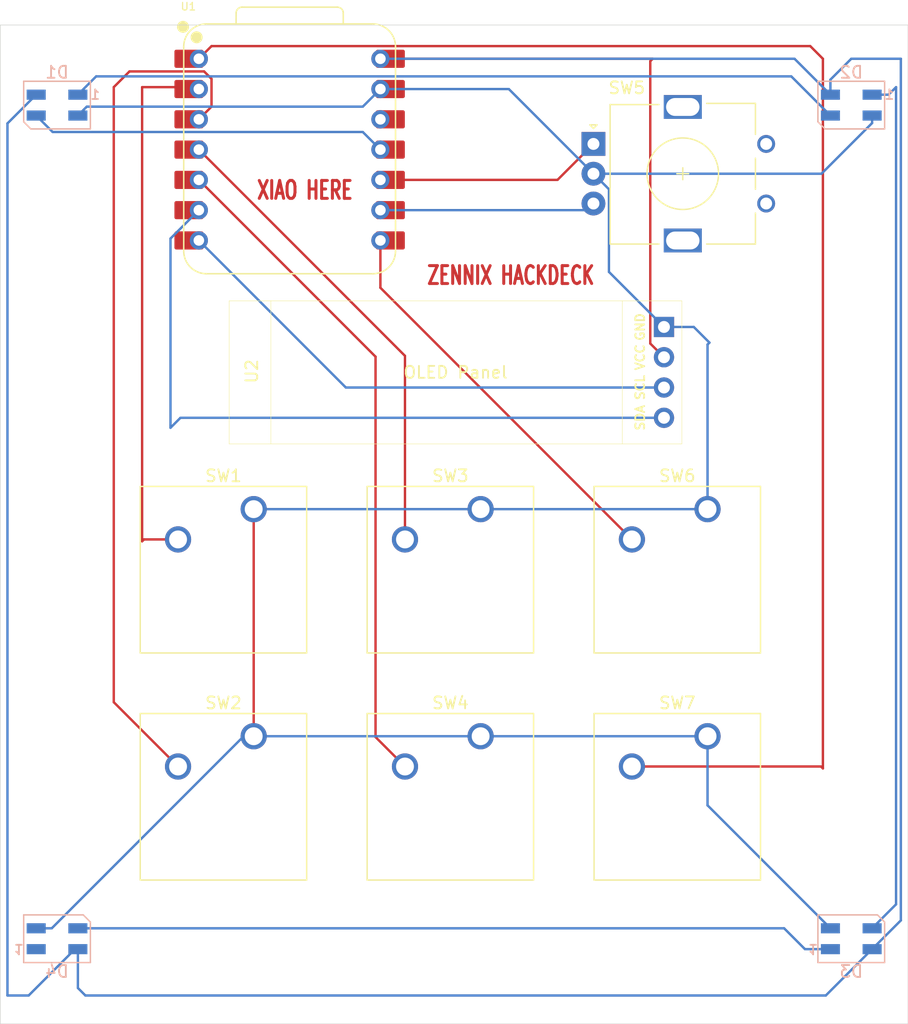
<source format=kicad_pcb>
(kicad_pcb (version 20241229) (generator "pcbnew") (generator_version "9.0")
  (layers (0 "F.Cu" signal) (2 "B.Cu" signal) (13 "F.Paste" user) (15 "B.Paste" user) (5 "F.SilkS" user "F.Silkscreen") (7 "B.SilkS" user "B.Silkscreen") (1 "F.Mask" user) (3 "B.Mask" user) (25 "Edge.Cuts" user))
  (net 0 "")
  (net 1 "Net-(D1-DOUT)")
  (net 2 "+5V")
  (net 3 "Net-(D1-DIN)")
  (net 4 "GND")
  (net 5 "Net-(D2-DOUT)")
  (net 6 "Net-(D3-DOUT)")
  (net 8 "Net-(U1-GPIO27{slash}ADC1{slash}A1)")
  (net 9 "Net-(U1-GPIO28{slash}ADC2{slash}A2)")
  (net 10 "Net-(U1-GPIO29{slash}ADC3{slash}A3)")
  (net 11 "Net-(U1-GPIO6{slash}SDA)")
  (net 12 "Net-(U1-GPIO2{slash}SCK)")
  (net 13 "Net-(U1-GPIO4{slash}MISO)")
  (net 14 "Net-(U1-GPIO1{slash}RX)")
  (net 15 "Net-(U1-GPIO26{slash}ADC0{slash}A0)")
  (net 17 "Net-(U1-GPIO7{slash}SCL)")
  (net 18 "Net-(U1-GPIO0{slash}TX)")
  (footprint "Button_Switch_Keyboard:SW_Cherry_MX_1.00u_PCB" (layer "F.Cu") (at 85.56625 104.4575)
    (property "Reference" "SW4" (at -2.54 -2.794 0) (layer "F.SilkS"))
    (property "Value" "SW_Push")
    (fp_line (start -9.525 -1.905) (end 4.445 -1.905) (stroke (width 0.12)) (layer "F.SilkS"))
    (fp_line (start -9.525 12.065) (end -9.525 -1.905) (stroke (width 0.12)) (layer "F.SilkS"))
    (fp_line (start 4.445 -1.905) (end 4.445 12.065) (stroke (width 0.12)) (layer "F.SilkS"))
    (fp_line (start 4.445 12.065) (end -9.525 12.065) (stroke (width 0.12)) (layer "F.SilkS"))
    (pad "" np_thru_hole circle (at -7.62 5.08) (size 1.7 1.7) (drill 1.7) (layers "*.Cu" "*.Mask"))
    (pad "" np_thru_hole circle (at -2.54 5.08) (size 4 4) (drill 4) (layers "*.Cu" "*.Mask"))
    (pad "" np_thru_hole circle (at 2.54 5.08) (size 1.7 1.7) (drill 1.7) (layers "*.Cu" "*.Mask"))
    (pad "1" thru_hole circle (at 0 0) (size 2.2 2.2) (drill 1.5) (layers "*.Cu" "*.Mask") (net 4 "GND"))
    (pad "2" thru_hole circle (at -6.35 2.54) (size 2.2 2.2) (drill 1.5) (layers "*.Cu" "*.Mask") (net 11 "Net-(U1-GPIO6{slash}SDA)"))
  )
  (footprint "Button_Switch_Keyboard:SW_Cherry_MX_1.00u_PCB" (layer "F.Cu") (at 66.51625 104.4575)
    (property "Reference" "SW2" (at -2.54 -2.794 0) (layer "F.SilkS"))
    (property "Value" "SW_Push")
    (fp_line (start -9.525 -1.905) (end 4.445 -1.905) (stroke (width 0.12)) (layer "F.SilkS"))
    (fp_line (start -9.525 12.065) (end -9.525 -1.905) (stroke (width 0.12)) (layer "F.SilkS"))
    (fp_line (start 4.445 -1.905) (end 4.445 12.065) (stroke (width 0.12)) (layer "F.SilkS"))
    (fp_line (start 4.445 12.065) (end -9.525 12.065) (stroke (width 0.12)) (layer "F.SilkS"))
    (pad "" np_thru_hole circle (at -7.62 5.08) (size 1.7 1.7) (drill 1.7) (layers "*.Cu" "*.Mask"))
    (pad "" np_thru_hole circle (at -2.54 5.08) (size 4 4) (drill 4) (layers "*.Cu" "*.Mask"))
    (pad "" np_thru_hole circle (at 2.54 5.08) (size 1.7 1.7) (drill 1.7) (layers "*.Cu" "*.Mask"))
    (pad "1" thru_hole circle (at 0 0) (size 2.2 2.2) (drill 1.5) (layers "*.Cu" "*.Mask") (net 4 "GND"))
    (pad "2" thru_hole circle (at -6.35 2.54) (size 2.2 2.2) (drill 1.5) (layers "*.Cu" "*.Mask") (net 9 "Net-(U1-GPIO28{slash}ADC2{slash}A2)"))
  )
  (footprint "OPL:XIAO-RP2040-DIP" (layer "F.Cu") (at 69.5325 55.245)
    (property "Reference" "U1" (at -8.5 -12 0) (layer "F.SilkS") (effects (font (size 0.635 0.635) (thickness 0.1016))))
    (property "Value" "XIAO-RP2040-DIP")
    (fp_line (start -8.89 8.509) (end -8.89 -8.636) (stroke (width 0.127)) (layer "F.SilkS"))
    (fp_line (start -6.985 10.414) (end 6.985 10.414) (stroke (width 0.127)) (layer "F.SilkS"))
    (fp_line (start -4.495 -10.541) (end -4.491272 -11.451272) (stroke (width 0.127)) (layer "F.SilkS"))
    (fp_line (start -3.991272 -11.951) (end 4.004 -11.951) (stroke (width 0.127)) (layer "F.SilkS"))
    (fp_line (start 4.504 -11.451) (end 4.504 -10.541) (stroke (width 0.127)) (layer "F.SilkS"))
    (fp_line (start 6.985 -10.541) (end -6.985 -10.541) (stroke (width 0.1)) (layer "F.SilkS"))
    (fp_line (start 6.985 -10.541) (end -6.985 -10.541) (stroke (width 0.127)) (layer "F.SilkS"))
    (fp_line (start 8.89 8.509) (end 8.89 -8.636) (stroke (width 0.127)) (layer "F.SilkS"))
    (fp_arc (start -8.89 -8.636) (mid -8.332038 -9.983038) (end -6.985 -10.541) (stroke (width 0.127)) (layer "F.SilkS"))
    (fp_arc (start -6.985 10.414) (mid -8.332038 9.856038) (end -8.89 8.509) (stroke (width 0.127)) (layer "F.SilkS"))
    (fp_arc (start -4.491272 -11.451272) (mid -4.344728 -11.80464) (end -3.991272 -11.951) (stroke (width 0.127)) (layer "F.SilkS"))
    (fp_arc (start 4.004 -11.951) (mid 4.357553 -11.804553) (end 4.504 -11.451) (stroke (width 0.127)) (layer "F.SilkS"))
    (fp_arc (start 6.985 -10.541) (mid 8.332038 -9.983038) (end 8.89 -8.636) (stroke (width 0.127)) (layer "F.SilkS"))
    (fp_arc (start 8.89 8.509) (mid 8.332038 9.856038) (end 6.985 10.414) (stroke (width 0.127)) (layer "F.SilkS"))
    (fp_circle (center -8.95 -10.3) (end -8.95 -10.554) (stroke (width 0.5)) (fill yes) (layer "F.SilkS"))
    (fp_circle (center -7.807 -9.42) (end -7.807 -9.674) (stroke (width 0.5)) (fill yes) (layer "F.SilkS"))
    (pad "1" smd roundrect (at -8.455 -7.62 180) (size 2.432 1.524) (layers "F.Cu" "F.Mask") (roundrect_rratio 0.1) (net 15 "Net-(U1-GPIO26{slash}ADC0{slash}A0)"))
    (pad "1" thru_hole circle (at -7.62 -7.62 180) (size 1.524 1.524) (drill 0.889) (layers "*.Cu" "*.Mask") (net 15 "Net-(U1-GPIO26{slash}ADC0{slash}A0)"))
    (pad "2" smd roundrect (at -8.455 -5.08 180) (size 2.432 1.524) (layers "F.Cu" "F.Mask") (roundrect_rratio 0.1) (net 8 "Net-(U1-GPIO27{slash}ADC1{slash}A1)"))
    (pad "2" thru_hole circle (at -7.62 -5.08 180) (size 1.524 1.524) (drill 0.889) (layers "*.Cu" "*.Mask") (net 8 "Net-(U1-GPIO27{slash}ADC1{slash}A1)"))
    (pad "3" smd roundrect (at -8.455 -2.54 180) (size 2.432 1.524) (layers "F.Cu" "F.Mask") (roundrect_rratio 0.1) (net 9 "Net-(U1-GPIO28{slash}ADC2{slash}A2)"))
    (pad "3" thru_hole circle (at -7.62 -2.54 180) (size 1.524 1.524) (drill 0.889) (layers "*.Cu" "*.Mask") (net 9 "Net-(U1-GPIO28{slash}ADC2{slash}A2)"))
    (pad "4" smd roundrect (at -8.455 0 180) (size 2.432 1.524) (layers "F.Cu" "F.Mask") (roundrect_rratio 0.1) (net 10 "Net-(U1-GPIO29{slash}ADC3{slash}A3)"))
    (pad "4" thru_hole circle (at -7.62 0 180) (size 1.524 1.524) (drill 0.889) (layers "*.Cu" "*.Mask") (net 10 "Net-(U1-GPIO29{slash}ADC3{slash}A3)"))
    (pad "5" smd roundrect (at -8.455 2.54 180) (size 2.432 1.524) (layers "F.Cu" "F.Mask") (roundrect_rratio 0.1) (net 11 "Net-(U1-GPIO6{slash}SDA)"))
    (pad "5" thru_hole circle (at -7.62 2.54 180) (size 1.524 1.524) (drill 0.889) (layers "*.Cu" "*.Mask") (net 11 "Net-(U1-GPIO6{slash}SDA)"))
    (pad "6" smd roundrect (at -8.455 5.08 180) (size 2.432 1.524) (layers "F.Cu" "F.Mask") (roundrect_rratio 0.1) (net 17 "Net-(U1-GPIO7{slash}SCL)"))
    (pad "6" thru_hole circle (at -7.62 5.08 180) (size 1.524 1.524) (drill 0.889) (layers "*.Cu" "*.Mask") (net 17 "Net-(U1-GPIO7{slash}SCL)"))
    (pad "7" smd roundrect (at -8.455 7.62 180) (size 2.432 1.524) (layers "F.Cu" "F.Mask") (roundrect_rratio 0.1) (net 18 "Net-(U1-GPIO0{slash}TX)"))
    (pad "7" thru_hole circle (at -7.62 7.62 180) (size 1.524 1.524) (drill 0.889) (layers "*.Cu" "*.Mask") (net 18 "Net-(U1-GPIO0{slash}TX)"))
    (pad "8" thru_hole circle (at 7.62 7.62) (size 1.524 1.524) (drill 0.889) (layers "*.Cu" "*.Mask") (net 14 "Net-(U1-GPIO1{slash}RX)"))
    (pad "8" smd roundrect (at 8.455 7.62) (size 2.432 1.524) (layers "F.Cu" "F.Mask") (roundrect_rratio 0.1) (net 14 "Net-(U1-GPIO1{slash}RX)"))
    (pad "9" thru_hole circle (at 7.62 5.08) (size 1.524 1.524) (drill 0.889) (layers "*.Cu" "*.Mask") (net 12 "Net-(U1-GPIO2{slash}SCK)"))
    (pad "9" smd roundrect (at 8.455 5.08) (size 2.432 1.524) (layers "F.Cu" "F.Mask") (roundrect_rratio 0.1) (net 12 "Net-(U1-GPIO2{slash}SCK)"))
    (pad "10" thru_hole circle (at 7.62 2.54) (size 1.524 1.524) (drill 0.889) (layers "*.Cu" "*.Mask") (net 13 "Net-(U1-GPIO4{slash}MISO)"))
    (pad "10" smd roundrect (at 8.455 2.54) (size 2.432 1.524) (layers "F.Cu" "F.Mask") (roundrect_rratio 0.1) (net 13 "Net-(U1-GPIO4{slash}MISO)"))
    (pad "11" thru_hole circle (at 7.62 0) (size 1.524 1.524) (drill 0.889) (layers "*.Cu" "*.Mask") (net 3 "Net-(D1-DIN)"))
    (pad "11" smd roundrect (at 8.455 0) (size 2.432 1.524) (layers "F.Cu" "F.Mask") (roundrect_rratio 0.1) (net 3 "Net-(D1-DIN)"))
    (pad "12" thru_hole circle (at 7.62 -2.54) (size 1.524 1.524) (drill 0.889) (layers "*.Cu" "*.Mask"))
    (pad "12" smd roundrect (at 8.455 -2.54) (size 2.432 1.524) (layers "F.Cu" "F.Mask") (roundrect_rratio 0.1))
    (pad "13" thru_hole circle (at 7.62 -5.08) (size 1.524 1.524) (drill 0.889) (layers "*.Cu" "*.Mask") (net 4 "GND"))
    (pad "13" smd roundrect (at 8.455 -5.08) (size 2.432 1.524) (layers "F.Cu" "F.Mask") (roundrect_rratio 0.1) (net 4 "GND"))
    (pad "14" thru_hole circle (at 7.62 -7.62) (size 1.524 1.524) (drill 0.889) (layers "*.Cu" "*.Mask") (net 2 "+5V"))
    (pad "14" smd roundrect (at 8.455 -7.62) (size 2.432 1.524) (layers "F.Cu" "F.Mask") (roundrect_rratio 0.1) (net 2 "+5V"))
  )
  (footprint "Button_Switch_Keyboard:SW_Cherry_MX_1.00u_PCB" (layer "F.Cu") (at 66.51625 85.4075)
    (property "Reference" "SW1" (at -2.54 -2.794 0) (layer "F.SilkS"))
    (property "Value" "SW_Push")
    (fp_line (start -9.525 -1.905) (end 4.445 -1.905) (stroke (width 0.12)) (layer "F.SilkS"))
    (fp_line (start -9.525 12.065) (end -9.525 -1.905) (stroke (width 0.12)) (layer "F.SilkS"))
    (fp_line (start 4.445 -1.905) (end 4.445 12.065) (stroke (width 0.12)) (layer "F.SilkS"))
    (fp_line (start 4.445 12.065) (end -9.525 12.065) (stroke (width 0.12)) (layer "F.SilkS"))
    (pad "" np_thru_hole circle (at -7.62 5.08) (size 1.7 1.7) (drill 1.7) (layers "*.Cu" "*.Mask"))
    (pad "" np_thru_hole circle (at -2.54 5.08) (size 4 4) (drill 4) (layers "*.Cu" "*.Mask"))
    (pad "" np_thru_hole circle (at 2.54 5.08) (size 1.7 1.7) (drill 1.7) (layers "*.Cu" "*.Mask"))
    (pad "1" thru_hole circle (at 0 0) (size 2.2 2.2) (drill 1.5) (layers "*.Cu" "*.Mask") (net 4 "GND"))
    (pad "2" thru_hole circle (at -6.35 2.54) (size 2.2 2.2) (drill 1.5) (layers "*.Cu" "*.Mask") (net 8 "Net-(U1-GPIO27{slash}ADC1{slash}A1)"))
  )
  (footprint "Button_Switch_Keyboard:SW_Cherry_MX_1.00u_PCB" (layer "F.Cu") (at 85.56625 85.4075)
    (property "Reference" "SW3" (at -2.54 -2.794 0) (layer "F.SilkS"))
    (property "Value" "SW_Push")
    (fp_line (start -9.525 -1.905) (end 4.445 -1.905) (stroke (width 0.12)) (layer "F.SilkS"))
    (fp_line (start -9.525 12.065) (end -9.525 -1.905) (stroke (width 0.12)) (layer "F.SilkS"))
    (fp_line (start 4.445 -1.905) (end 4.445 12.065) (stroke (width 0.12)) (layer "F.SilkS"))
    (fp_line (start 4.445 12.065) (end -9.525 12.065) (stroke (width 0.12)) (layer "F.SilkS"))
    (pad "" np_thru_hole circle (at -7.62 5.08) (size 1.7 1.7) (drill 1.7) (layers "*.Cu" "*.Mask"))
    (pad "" np_thru_hole circle (at -2.54 5.08) (size 4 4) (drill 4) (layers "*.Cu" "*.Mask"))
    (pad "" np_thru_hole circle (at 2.54 5.08) (size 1.7 1.7) (drill 1.7) (layers "*.Cu" "*.Mask"))
    (pad "1" thru_hole circle (at 0 0) (size 2.2 2.2) (drill 1.5) (layers "*.Cu" "*.Mask") (net 4 "GND"))
    (pad "2" thru_hole circle (at -6.35 2.54) (size 2.2 2.2) (drill 1.5) (layers "*.Cu" "*.Mask") (net 10 "Net-(U1-GPIO29{slash}ADC3{slash}A3)"))
  )
  (footprint "Rotary_Encoder:RotaryEncoder_Alps_EC11E_Vertical_H20mm" (layer "F.Cu") (at 95.0375 54.76875)
    (property "Reference" "SW5" (at 2.8 -4.7 0) (layer "F.SilkS"))
    (property "Value" "RotaryEncoder")
    (fp_line (start -0.3 -1.6) (end 0.3 -1.6) (stroke (width 0.12)) (layer "F.SilkS"))
    (fp_line (start 0 -1.3) (end -0.3 -1.6) (stroke (width 0.12)) (layer "F.SilkS"))
    (fp_line (start 0.3 -1.6) (end 0 -1.3) (stroke (width 0.12)) (layer "F.SilkS"))
    (fp_line (start 1.4 -3.3) (end 1.4 8.4) (stroke (width 0.12)) (layer "F.SilkS"))
    (fp_line (start 5.5 -3.3) (end 1.4 -3.3) (stroke (width 0.12)) (layer "F.SilkS"))
    (fp_line (start 5.5 8.4) (end 1.4 8.4) (stroke (width 0.12)) (layer "F.SilkS"))
    (fp_line (start 7 2.5) (end 8 2.5) (stroke (width 0.12)) (layer "F.SilkS"))
    (fp_line (start 7.5 2) (end 7.5 3) (stroke (width 0.12)) (layer "F.SilkS"))
    (fp_line (start 9.5 -3.4) (end 13.6 -3.4) (stroke (width 0.12)) (layer "F.SilkS"))
    (fp_line (start 13.6 -3.4) (end 13.6 -0.8) (stroke (width 0.12)) (layer "F.SilkS"))
    (fp_line (start 13.6 1.2) (end 13.6 3.8) (stroke (width 0.12)) (layer "F.SilkS"))
    (fp_line (start 13.6 5.8) (end 13.6 8.4) (stroke (width 0.12)) (layer "F.SilkS"))
    (fp_line (start 13.6 8.4) (end 9.5 8.4) (stroke (width 0.12)) (layer "F.SilkS"))
    (fp_circle (center 7.5 2.5) (end 10.5 2.5) (stroke (width 0.12)) (fill no) (layer "F.SilkS"))
    (pad "" thru_hole circle (at 14.5 0) (size 1.5 1.5) (drill 1) (layers "*.Cu" "*.Mask"))
    (pad "" thru_hole circle (at 14.5 5) (size 1.5 1.5) (drill 1) (layers "*.Cu" "*.Mask"))
    (pad "A" thru_hole rect (at 0 0) (size 2 2) (drill 1) (layers "*.Cu" "*.Mask") (net 13 "Net-(U1-GPIO4{slash}MISO)"))
    (pad "B" thru_hole circle (at 0 5) (size 2 2) (drill 1) (layers "*.Cu" "*.Mask") (net 12 "Net-(U1-GPIO2{slash}SCK)"))
    (pad "C" thru_hole circle (at 0 2.5) (size 2 2) (drill 1) (layers "*.Cu" "*.Mask") (net 4 "GND"))
    (pad "MP" thru_hole rect (at 7.5 -3.1) (size 3.2 2) (drill oval 2.8 1.5) (layers "*.Cu" "*.Mask"))
    (pad "MP" thru_hole rect (at 7.5 8.1) (size 3.2 2) (drill oval 2.8 1.5) (layers "*.Cu" "*.Mask"))
  )
  (footprint "OLED:SSD1306-0.91-OLED-4pin-128x32" (layer "F.Cu") (at 64.45875 67.93375)
    (property "Reference" "U2" (at 1.9 5.91 90) (layer "F.SilkS"))
    (property "Value" "OLED")
    (fp_line (start 0 0) (end 0 12) (stroke (width 0.04)) (layer "F.SilkS"))
    (fp_line (start 0 12) (end 38 12) (stroke (width 0.04)) (layer "F.SilkS"))
    (fp_line (start 3.5 0) (end 3.5 12) (stroke (width 0.04)) (layer "F.SilkS"))
    (fp_line (start 33 0) (end 33 12) (stroke (width 0.04)) (layer "F.SilkS"))
    (fp_line (start 38 0) (end 0 0) (stroke (width 0.04)) (layer "F.SilkS"))
    (fp_line (start 38 12) (end 38 0) (stroke (width 0.04)) (layer "F.SilkS"))
    (fp_text user "SCL" (at 34.5 7.27 270) (layer "F.SilkS") (effects (font (size 0.75 0.75))))
    (fp_text user "SDA" (at 34.5 9.81 270) (layer "F.SilkS") (effects (font (size 0.75 0.75))))
    (fp_text user "VCC" (at 34.5 4.73 270) (layer "F.SilkS") (effects (font (size 0.75 0.75))))
    (fp_text user "OLED Panel" (at 19 6 0) (layer "F.SilkS"))
    (fp_text user "GND" (at 34.5 2.19 270) (layer "F.SilkS") (effects (font (size 0.75 0.75))))
    (pad "1" thru_hole rect (at 36.5 2.19) (size 1.7 1.7) (drill 1) (layers "*.Cu" "*.Mask") (net 4 "GND"))
    (pad "2" thru_hole oval (at 36.5 4.73) (size 1.7 1.7) (drill 1) (layers "*.Cu" "*.Mask") (net 2 "+5V"))
    (pad "3" thru_hole oval (at 36.5 7.27) (size 1.7 1.7) (drill 1) (layers "*.Cu" "*.Mask") (net 18 "Net-(U1-GPIO0{slash}TX)"))
    (pad "4" thru_hole oval (at 36.5 9.81) (size 1.7 1.7) (drill 1) (layers "*.Cu" "*.Mask") (net 17 "Net-(U1-GPIO7{slash}SCL)"))
  )
  (footprint "Button_Switch_Keyboard:SW_Cherry_MX_1.00u_PCB" (layer "F.Cu") (at 104.61625 104.4575)
    (property "Reference" "SW7" (at -2.54 -2.794 0) (layer "F.SilkS"))
    (property "Value" "SW_Push")
    (fp_line (start -9.525 -1.905) (end 4.445 -1.905) (stroke (width 0.12)) (layer "F.SilkS"))
    (fp_line (start -9.525 12.065) (end -9.525 -1.905) (stroke (width 0.12)) (layer "F.SilkS"))
    (fp_line (start 4.445 -1.905) (end 4.445 12.065) (stroke (width 0.12)) (layer "F.SilkS"))
    (fp_line (start 4.445 12.065) (end -9.525 12.065) (stroke (width 0.12)) (layer "F.SilkS"))
    (pad "" np_thru_hole circle (at -7.62 5.08) (size 1.7 1.7) (drill 1.7) (layers "*.Cu" "*.Mask"))
    (pad "" np_thru_hole circle (at -2.54 5.08) (size 4 4) (drill 4) (layers "*.Cu" "*.Mask"))
    (pad "" np_thru_hole circle (at 2.54 5.08) (size 1.7 1.7) (drill 1.7) (layers "*.Cu" "*.Mask"))
    (pad "1" thru_hole circle (at 0 0) (size 2.2 2.2) (drill 1.5) (layers "*.Cu" "*.Mask") (net 4 "GND"))
    (pad "2" thru_hole circle (at -6.35 2.54) (size 2.2 2.2) (drill 1.5) (layers "*.Cu" "*.Mask") (net 15 "Net-(U1-GPIO26{slash}ADC0{slash}A0)"))
  )
  (footprint "Button_Switch_Keyboard:SW_Cherry_MX_1.00u_PCB" (layer "F.Cu") (at 104.61625 85.4075)
    (property "Reference" "SW6" (at -2.54 -2.794 0) (layer "F.SilkS"))
    (property "Value" "SW_Push")
    (fp_line (start -9.525 -1.905) (end 4.445 -1.905) (stroke (width 0.12)) (layer "F.SilkS"))
    (fp_line (start -9.525 12.065) (end -9.525 -1.905) (stroke (width 0.12)) (layer "F.SilkS"))
    (fp_line (start 4.445 -1.905) (end 4.445 12.065) (stroke (width 0.12)) (layer "F.SilkS"))
    (fp_line (start 4.445 12.065) (end -9.525 12.065) (stroke (width 0.12)) (layer "F.SilkS"))
    (pad "" np_thru_hole circle (at -7.62 5.08) (size 1.7 1.7) (drill 1.7) (layers "*.Cu" "*.Mask"))
    (pad "" np_thru_hole circle (at -2.54 5.08) (size 4 4) (drill 4) (layers "*.Cu" "*.Mask"))
    (pad "" np_thru_hole circle (at 2.54 5.08) (size 1.7 1.7) (drill 1.7) (layers "*.Cu" "*.Mask"))
    (pad "1" thru_hole circle (at 0 0) (size 2.2 2.2) (drill 1.5) (layers "*.Cu" "*.Mask") (net 4 "GND"))
    (pad "2" thru_hole circle (at -6.35 2.54) (size 2.2 2.2) (drill 1.5) (layers "*.Cu" "*.Mask") (net 14 "Net-(U1-GPIO1{slash}RX)"))
  )
  (footprint "LED_SMD:LED_SK6812MINI_PLCC4_3.5x3.5mm_P1.75mm" (layer "B.Cu") (at 116.68125 121.44375)
    (property "Reference" "D3" (at 0 2.75 0) (layer "B.SilkS") (effects (justify mirror)))
    (property "Value" "SK6812MINI")
    (fp_line (start -2.8 -2) (end 2.2 -2) (stroke (width 0.12)) (layer "B.SilkS"))
    (fp_line (start -2.8 2) (end -2.8 -2) (stroke (width 0.12)) (layer "B.SilkS"))
    (fp_line (start -2.8 2) (end 2.8 2) (stroke (width 0.12)) (layer "B.SilkS"))
    (fp_line (start 2.8 -1.4) (end 2.2 -2) (stroke (width 0.12)) (layer "B.SilkS"))
    (fp_line (start 2.8 -1.4) (end 2.8 2) (stroke (width 0.12)) (layer "B.SilkS"))
    (fp_text user "1" (at -3.2 0.875 180) (layer "B.SilkS") (effects (font (size 0.8 0.8)) (justify mirror)))
    (pad "1" smd rect (at -1.75 0.875) (size 1.6 0.85) (layers "B.Cu" "B.Mask" "B.Paste") (net 6 "Net-(D3-DOUT)"))
    (pad "2" smd rect (at -1.75 -0.875) (size 1.6 0.85) (layers "B.Cu" "B.Mask" "B.Paste") (net 4 "GND"))
    (pad "3" smd rect (at 1.75 -0.875) (size 1.6 0.85) (layers "B.Cu" "B.Mask" "B.Paste") (net 5 "Net-(D2-DOUT)"))
    (pad "4" smd rect (at 1.75 0.875) (size 1.6 0.85) (layers "B.Cu" "B.Mask" "B.Paste") (net 2 "+5V"))
  )
  (footprint "LED_SMD:LED_SK6812MINI_PLCC4_3.5x3.5mm_P1.75mm" (layer "B.Cu") (at 50.00625 51.5125 180)
    (property "Reference" "D1" (at 0 2.75 0) (layer "B.SilkS") (effects (justify mirror)))
    (property "Value" "SK6812MINI")
    (fp_line (start 2.8 -1.4) (end 2.8 2) (stroke (width 0.12)) (layer "B.SilkS"))
    (fp_line (start 2.8 -1.4) (end 2.2 -2) (stroke (width 0.12)) (layer "B.SilkS"))
    (fp_line (start -2.8 2) (end 2.8 2) (stroke (width 0.12)) (layer "B.SilkS"))
    (fp_line (start -2.8 2) (end -2.8 -2) (stroke (width 0.12)) (layer "B.SilkS"))
    (fp_line (start -2.8 -2) (end 2.2 -2) (stroke (width 0.12)) (layer "B.SilkS"))
    (fp_text user "1" (at -3.2 0.875 0) (layer "B.SilkS") (effects (font (size 0.8 0.8)) (justify mirror)))
    (pad "1" smd rect (at -1.75 0.875 180) (size 1.6 0.85) (layers "B.Cu" "B.Mask" "B.Paste") (net 1 "Net-(D1-DOUT)"))
    (pad "2" smd rect (at -1.75 -0.875 180) (size 1.6 0.85) (layers "B.Cu" "B.Mask" "B.Paste") (net 4 "GND"))
    (pad "3" smd rect (at 1.75 -0.875 180) (size 1.6 0.85) (layers "B.Cu" "B.Mask" "B.Paste") (net 3 "Net-(D1-DIN)"))
    (pad "4" smd rect (at 1.75 0.875 180) (size 1.6 0.85) (layers "B.Cu" "B.Mask" "B.Paste") (net 2 "+5V"))
  )
  (footprint "LED_SMD:LED_SK6812MINI_PLCC4_3.5x3.5mm_P1.75mm" (layer "B.Cu") (at 50.00625 121.44375)
    (property "Reference" "D4" (at 0 2.75 0) (layer "B.SilkS") (effects (justify mirror)))
    (property "Value" "SK6812MINI")
    (fp_line (start -2.8 -2) (end 2.2 -2) (stroke (width 0.12)) (layer "B.SilkS"))
    (fp_line (start -2.8 2) (end -2.8 -2) (stroke (width 0.12)) (layer "B.SilkS"))
    (fp_line (start -2.8 2) (end 2.8 2) (stroke (width 0.12)) (layer "B.SilkS"))
    (fp_line (start 2.8 -1.4) (end 2.2 -2) (stroke (width 0.12)) (layer "B.SilkS"))
    (fp_line (start 2.8 -1.4) (end 2.8 2) (stroke (width 0.12)) (layer "B.SilkS"))
    (fp_text user "1" (at -3.2 0.875 180) (layer "B.SilkS") (effects (font (size 0.8 0.8)) (justify mirror)))
    (pad "1" smd rect (at -1.75 0.875) (size 1.6 0.85) (layers "B.Cu" "B.Mask" "B.Paste"))
    (pad "2" smd rect (at -1.75 -0.875) (size 1.6 0.85) (layers "B.Cu" "B.Mask" "B.Paste") (net 4 "GND"))
    (pad "3" smd rect (at 1.75 -0.875) (size 1.6 0.85) (layers "B.Cu" "B.Mask" "B.Paste") (net 6 "Net-(D3-DOUT)"))
    (pad "4" smd rect (at 1.75 0.875) (size 1.6 0.85) (layers "B.Cu" "B.Mask" "B.Paste") (net 2 "+5V"))
  )
  (footprint "LED_SMD:LED_SK6812MINI_PLCC4_3.5x3.5mm_P1.75mm" (layer "B.Cu") (at 116.68125 51.5125 180)
    (property "Reference" "D2" (at 0 2.75 0) (layer "B.SilkS") (effects (justify mirror)))
    (property "Value" "SK6812MINI")
    (fp_line (start 2.8 -1.4) (end 2.8 2) (stroke (width 0.12)) (layer "B.SilkS"))
    (fp_line (start 2.8 -1.4) (end 2.2 -2) (stroke (width 0.12)) (layer "B.SilkS"))
    (fp_line (start -2.8 2) (end 2.8 2) (stroke (width 0.12)) (layer "B.SilkS"))
    (fp_line (start -2.8 2) (end -2.8 -2) (stroke (width 0.12)) (layer "B.SilkS"))
    (fp_line (start -2.8 -2) (end 2.2 -2) (stroke (width 0.12)) (layer "B.SilkS"))
    (fp_text user "1" (at -3.2 0.875 0) (layer "B.SilkS") (effects (font (size 0.8 0.8)) (justify mirror)))
    (pad "1" smd rect (at -1.75 0.875 180) (size 1.6 0.85) (layers "B.Cu" "B.Mask" "B.Paste") (net 5 "Net-(D2-DOUT)"))
    (pad "2" smd rect (at -1.75 -0.875 180) (size 1.6 0.85) (layers "B.Cu" "B.Mask" "B.Paste") (net 4 "GND"))
    (pad "3" smd rect (at 1.75 -0.875 180) (size 1.6 0.85) (layers "B.Cu" "B.Mask" "B.Paste") (net 1 "Net-(D1-DOUT)"))
    (pad "4" smd rect (at 1.75 0.875 180) (size 1.6 0.85) (layers "B.Cu" "B.Mask" "B.Paste") (net 2 "+5V"))
  )
  (gr_rect (start 45.24375 44.79375) (end 121.44375 128.5875) (stroke (width 0.05)) (fill no) (layer "Edge.Cuts"))
  (gr_text "XIAO HERE" (at 66.675 59.53125 0) (layer "F.Cu") (effects (font (size 1.5 1) (thickness 0.25) (bold yes)) (justify left bottom)))
  (gr_text "ZENNIX HACKDECK" (at 80.9625 66.675 0) (layer "F.Cu") (effects (font (size 1.5 1) (thickness 0.25) (bold yes)) (justify left bottom)))
  (segment (start 53.29175 49.102) (end 111.64575 49.102) (width 0.2) (layer "B.Cu") (net 1))
  (segment (start 51.75625 50.6375) (end 53.29175 49.102) (width 0.2) (layer "B.Cu") (net 1))
  (segment (start 111.64575 49.102) (end 114.93125 52.3875) (width 0.2) (layer "B.Cu") (net 1))
  (segment (start 100.0125 47.625) (end 99.80775 47.82975) (width 0.2) (layer "F.Cu") (net 2))
  (segment (start 99.80775 71.51275) (end 100.95875 72.66375) (width 0.2) (layer "F.Cu") (net 2))
  (segment (start 99.80775 47.82975) (end 99.80775 71.51275) (width 0.2) (layer "F.Cu") (net 2))
  (segment (start 77.1525 47.625) (end 100.0125 47.625) (width 0.2) (layer "F.Cu") (net 2))
  (segment (start 120.84275 47.625) (end 120.84275 119.90725) (width 0.2) (layer "B.Cu") (net 2))
  (segment (start 114.54375 126.20625) (end 52.3875 126.20625) (width 0.2) (layer "B.Cu") (net 2))
  (segment (start 111.91875 47.625) (end 114.93125 50.6375) (width 0.2) (layer "B.Cu") (net 2))
  (segment (start 118.43125 122.31875) (end 114.54375 126.20625) (width 0.2) (layer "B.Cu") (net 2))
  (segment (start 45.84475 126.20625) (end 45.84475 53.049) (width 0.2) (layer "B.Cu") (net 2))
  (segment (start 114.93125 50.6375) (end 114.93125 49.375) (width 0.2) (layer "B.Cu") (net 2))
  (segment (start 114.93125 49.375) (end 116.68125 47.625) (width 0.2) (layer "B.Cu") (net 2))
  (segment (start 116.68125 47.625) (end 120.84275 47.625) (width 0.2) (layer "B.Cu") (net 2))
  (segment (start 77.1525 47.625) (end 111.91875 47.625) (width 0.2) (layer "B.Cu") (net 2))
  (segment (start 51.5125 122.31875) (end 47.625 126.20625) (width 0.2) (layer "B.Cu") (net 2))
  (segment (start 45.84475 53.049) (end 48.25625 50.6375) (width 0.2) (layer "B.Cu") (net 2))
  (segment (start 52.3875 126.20625) (end 51.75625 125.575) (width 0.2) (layer "B.Cu") (net 2))
  (segment (start 120.84275 119.90725) (end 118.43125 122.31875) (width 0.2) (layer "B.Cu") (net 2))
  (segment (start 47.625 126.20625) (end 45.84475 126.20625) (width 0.2) (layer "B.Cu") (net 2))
  (segment (start 51.75625 122.31875) (end 51.5125 122.31875) (width 0.2) (layer "B.Cu") (net 2))
  (segment (start 51.75625 125.575) (end 51.75625 122.31875) (width 0.2) (layer "B.Cu") (net 2))
  (segment (start 49.63675 53.768) (end 75.6755 53.768) (width 0.2) (layer "B.Cu") (net 3))
  (segment (start 48.25625 52.3875) (end 49.63675 53.768) (width 0.2) (layer "B.Cu") (net 3))
  (segment (start 75.6755 53.768) (end 77.1525 55.245) (width 0.2) (layer "B.Cu") (net 3))
  (segment (start 66.51625 85.4075) (end 66.51625 104.4575) (width 0.2) (layer "F.Cu") (net 4))
  (segment (start 104.61625 110.25375) (end 114.93125 120.56875) (width 0.2) (layer "B.Cu") (net 4))
  (segment (start 52.50175 51.642) (end 75.6755 51.642) (width 0.2) (layer "B.Cu") (net 4))
  (segment (start 77.1525 50.165) (end 87.93375 50.165) (width 0.2) (layer "B.Cu") (net 4))
  (segment (start 66.51625 104.4575) (end 65.67472 104.4575) (width 0.2) (layer "B.Cu") (net 4))
  (segment (start 75.6755 51.642) (end 77.1525 50.165) (width 0.2) (layer "B.Cu") (net 4))
  (segment (start 96.3385 65.5035) (end 100.95875 70.12375) (width 0.2) (layer "B.Cu") (net 4))
  (segment (start 96.3385 58.56975) (end 96.3385 65.5035) (width 0.2) (layer "B.Cu") (net 4))
  (segment (start 104.61625 104.4575) (end 104.61625 110.25375) (width 0.2) (layer "B.Cu") (net 4))
  (segment (start 85.56625 104.4575) (end 104.61625 104.4575) (width 0.2) (layer "B.Cu") (net 4))
  (segment (start 66.51625 104.4575) (end 85.56625 104.4575) (width 0.2) (layer "B.Cu") (net 4))
  (segment (start 95.0375 57.26875) (end 96.3385 58.56975) (width 0.2) (layer "B.Cu") (net 4))
  (segment (start 100.95875 70.12375) (end 103.46125 70.12375) (width 0.2) (layer "B.Cu") (net 4))
  (segment (start 51.75625 52.3875) (end 52.50175 51.642) (width 0.2) (layer "B.Cu") (net 4))
  (segment (start 49.56347 120.56875) (end 48.25625 120.56875) (width 0.2) (layer "B.Cu") (net 4))
  (segment (start 104.61625 71.59625) (end 104.61625 85.4075) (width 0.2) (layer "B.Cu") (net 4))
  (segment (start 66.51625 85.4075) (end 85.56625 85.4075) (width 0.2) (layer "B.Cu") (net 4))
  (segment (start 114.18125 57.26875) (end 95.0375 57.26875) (width 0.2) (layer "B.Cu") (net 4))
  (segment (start 118.43125 53.01875) (end 114.18125 57.26875) (width 0.2) (layer "B.Cu") (net 4))
  (segment (start 85.56625 85.4075) (end 104.61625 85.4075) (width 0.2) (layer "B.Cu") (net 4))
  (segment (start 65.67472 104.4575) (end 49.56347 120.56875) (width 0.2) (layer "B.Cu") (net 4))
  (segment (start 87.93375 50.165) (end 95.0375 57.26875) (width 0.2) (layer "B.Cu") (net 4))
  (segment (start 104.775 71.4375) (end 104.61625 71.59625) (width 0.2) (layer "B.Cu") (net 4))
  (segment (start 103.46125 70.12375) (end 104.775 71.4375) (width 0.2) (layer "B.Cu") (net 4))
  (segment (start 118.43125 52.3875) (end 118.43125 53.01875) (width 0.2) (layer "B.Cu") (net 4))
  (segment (start 119.8105 50.6375) (end 120.44175 50.00625) (width 0.2) (layer "B.Cu") (net 5))
  (segment (start 120.44175 118.55825) (end 118.43125 120.56875) (width 0.2) (layer "B.Cu") (net 5))
  (segment (start 120.44175 50.00625) (end 120.44175 118.55825) (width 0.2) (layer "B.Cu") (net 5))
  (segment (start 118.43125 50.6375) (end 119.8105 50.6375) (width 0.2) (layer "B.Cu") (net 5))
  (segment (start 51.75625 120.56875) (end 111.04375 120.56875) (width 0.2) (layer "B.Cu") (net 6))
  (segment (start 111.04375 120.56875) (end 112.79375 122.31875) (width 0.2) (layer "B.Cu") (net 6))
  (segment (start 112.79375 122.31875) (end 114.93125 122.31875) (width 0.2) (layer "B.Cu") (net 6))
  (segment (start 61.75375 50.00625) (end 57.15 50.00625) (width 0.2) (layer "F.Cu") (net 8))
  (segment (start 61.9125 50.165) (end 61.75375 50.00625) (width 0.2) (layer "F.Cu") (net 8))
  (segment (start 57.15 50.00625) (end 57.15 88.10625) (width 0.2) (layer "F.Cu") (net 8))
  (segment (start 57.15 88.10625) (end 57.30875 87.9475) (width 0.2) (layer "F.Cu") (net 8))
  (segment (start 57.30875 87.9475) (end 60.16625 87.9475) (width 0.2) (layer "F.Cu") (net 8))
  (segment (start 61.9125 52.705) (end 62.9755 51.642) (width 0.2) (layer "F.Cu") (net 9))
  (segment (start 61.9125 52.705) (end 60.83487 52.705) (width 0.2) (layer "F.Cu") (net 9))
  (segment (start 54.76875 101.6) (end 60.16625 106.9975) (width 0.2) (layer "F.Cu") (net 9))
  (segment (start 62.35281 48.688) (end 56.087 48.688) (width 0.2) (layer "F.Cu") (net 9))
  (segment (start 54.76875 50.00625) (end 54.76875 101.6) (width 0.2) (layer "F.Cu") (net 9))
  (segment (start 62.9755 49.31069) (end 62.35281 48.688) (width 0.2) (layer "F.Cu") (net 9))
  (segment (start 56.087 48.688) (end 54.76875 50.00625) (width 0.2) (layer "F.Cu") (net 9))
  (segment (start 62.9755 51.642) (end 62.9755 49.31069) (width 0.2) (layer "F.Cu") (net 9))
  (segment (start 79.21625 72.54875) (end 79.21625 87.9475) (width 0.2) (layer "F.Cu") (net 10))
  (segment (start 61.9125 55.245) (end 79.21625 72.54875) (width 0.2) (layer "F.Cu") (net 10))
  (segment (start 76.74525 104.5265) (end 79.21625 106.9975) (width 0.2) (layer "F.Cu") (net 11))
  (segment (start 61.9125 57.785) (end 76.74525 72.61775) (width 0.2) (layer "F.Cu") (net 11))
  (segment (start 76.74525 72.61775) (end 76.74525 104.5265) (width 0.2) (layer "F.Cu") (net 11))
  (segment (start 94.48125 60.325) (end 95.0375 59.76875) (width 0.2) (layer "B.Cu") (net 12))
  (segment (start 77.1525 60.325) (end 94.48125 60.325) (width 0.2) (layer "B.Cu") (net 12))
  (segment (start 92.02125 57.785) (end 95.0375 54.76875) (width 0.2) (layer "F.Cu") (net 13))
  (segment (start 77.1525 57.785) (end 92.02125 57.785) (width 0.2) (layer "F.Cu") (net 13))
  (segment (start 98.26625 87.9475) (end 77.1525 66.83375) (width 0.2) (layer "F.Cu") (net 14))
  (segment (start 77.1525 66.83375) (end 77.1525 62.865) (width 0.2) (layer "F.Cu") (net 14))
  (segment (start 61.9125 47.625) (end 62.9755 46.562) (width 0.2) (layer "F.Cu") (net 15))
  (segment (start 114.3 107.15625) (end 114.14125 106.9975) (width 0.2) (layer "F.Cu") (net 15))
  (segment (start 114.14125 106.9975) (end 98.26625 106.9975) (width 0.2) (layer "F.Cu") (net 15))
  (segment (start 114.3 47.625) (end 114.3 107.15625) (width 0.2) (layer "F.Cu") (net 15))
  (segment (start 62.9755 46.562) (end 113.237 46.562) (width 0.2) (layer "F.Cu") (net 15))
  (segment (start 113.237 46.562) (end 114.3 47.625) (width 0.2) (layer "F.Cu") (net 15))
  (segment (start 59.53125 78.58125) (end 60.36875 77.74375) (width 0.2) (layer "B.Cu") (net 17))
  (segment (start 60.36875 77.74375) (end 100.95875 77.74375) (width 0.2) (layer "B.Cu") (net 17))
  (segment (start 61.9125 60.325) (end 59.53125 62.70625) (width 0.2) (layer "B.Cu") (net 17))
  (segment (start 59.53125 62.70625) (end 59.53125 78.58125) (width 0.2) (layer "B.Cu") (net 17))
  (segment (start 74.25125 75.20375) (end 100.95875 75.20375) (width 0.2) (layer "B.Cu") (net 18))
  (segment (start 61.9125 62.865) (end 74.25125 75.20375) (width 0.2) (layer "B.Cu") (net 18))
)
</source>
